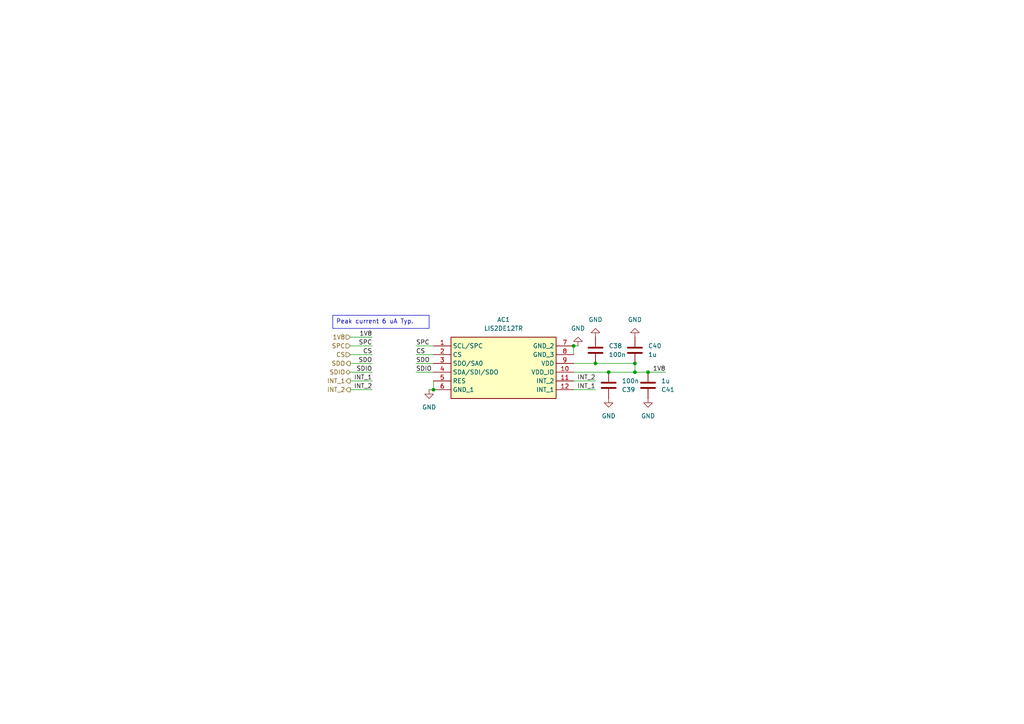
<source format=kicad_sch>
(kicad_sch (version 20231120) (generator "eeschema") (generator_version "8.0")
  (paper "A4")
  (title_block (title "Open Running Watch") (date "2024-04-12") (rev "0.1.0") (company "github.com/fuad1502/open-running-watch-hw"))
  (lib_symbols
    (symbol "Device:C" (pin_numbers hide) (pin_names (offset 0.254))
      (property "Reference" "C" (at 0.635 2.54 0))
      (property "Value" "C" (at 0.635 -2.54 0))
      (symbol "C_0_1"
        (polyline (pts (xy -2.032 -0.762) (xy 2.032 -0.762)) (stroke (width 0.508)))
        (polyline (pts (xy -2.032 0.762) (xy 2.032 0.762)) (stroke (width 0.508)))
      )
      (symbol "C_1_1"
        (pin passive line (at 0 3.81 270) (length 2.794) (name "~") (number "1"))
        (pin passive line (at 0 -3.81 90) (length 2.794) (name "~") (number "2"))
      )
    )
    (symbol "LIS2DE12TR:LIS2DE12TR"
      (property "Reference" "AC" (at 36.83 7.62 0))
      (property "Value" "LIS2DE12TR" (at 36.83 5.08 0))
      (symbol "LIS2DE12TR_1_1"
        (rectangle (start 5.08 2.54) (end 35.56 -15.24) (stroke (width 0.254)) (fill (type background)))
        (pin passive line (at 0 0 0) (length 5.08) (name "SCL/SPC") (number "1"))
        (pin passive line (at 40.64 -7.62 180) (length 5.08) (name "VDD_IO") (number "10"))
        (pin passive line (at 40.64 -10.16 180) (length 5.08) (name "INT_2") (number "11"))
        (pin passive line (at 40.64 -12.7 180) (length 5.08) (name "INT_1") (number "12"))
        (pin passive line (at 0 -2.54 0) (length 5.08) (name "CS") (number "2"))
        (pin passive line (at 0 -5.08 0) (length 5.08) (name "SDO/SA0") (number "3"))
        (pin passive line (at 0 -7.62 0) (length 5.08) (name "SDA/SDI/SDO") (number "4"))
        (pin passive line (at 0 -10.16 0) (length 5.08) (name "RES") (number "5"))
        (pin passive line (at 0 -12.7 0) (length 5.08) (name "GND_1") (number "6"))
        (pin passive line (at 40.64 0 180) (length 5.08) (name "GND_2") (number "7"))
        (pin passive line (at 40.64 -2.54 180) (length 5.08) (name "GND_3") (number "8"))
        (pin passive line (at 40.64 -5.08 180) (length 5.08) (name "VDD") (number "9"))
      )
    )
    (symbol "power:GND" (power) (pin_numbers hide) (pin_names (offset 0) hide)
      (property "Value" "GND" (at 0 -3.81 0))
      (symbol "GND_0_1"
        (polyline (pts (xy 0 0) (xy 0 -1.27) (xy 1.27 -1.27) (xy 0 -2.54) (xy -1.27 -1.27) (xy 0 -1.27)))
      )
      (symbol "GND_1_1"
        (pin power_in line (at 0 0 270) (length 0) (name "~") (number "1"))
      )
    )
  )
  (junction (at 125.73 113.03))
  (junction (at 184.15 107.95))
  (junction (at 184.15 105.41))
  (junction (at 176.53 107.95))
  (junction (at 166.37 100.33))
  (junction (at 172.72 105.41))
  (junction (at 187.96 107.95))
  (wire (pts (xy 187.96 107.95) (xy 193.04 107.95)))
  (wire (pts (xy 101.6 102.87) (xy 107.95 102.87)))
  (wire (pts (xy 120.65 105.41) (xy 125.73 105.41)))
  (wire (pts (xy 124.46 113.03) (xy 125.73 113.03)))
  (wire (pts (xy 101.6 100.33) (xy 107.95 100.33)))
  (wire (pts (xy 184.15 107.95) (xy 187.96 107.95)))
  (wire (pts (xy 101.6 107.95) (xy 107.95 107.95)))
  (wire (pts (xy 120.65 100.33) (xy 125.73 100.33)))
  (wire (pts (xy 101.6 97.79) (xy 107.95 97.79)))
  (wire (pts (xy 166.37 105.41) (xy 172.72 105.41)))
  (wire (pts (xy 166.37 100.33) (xy 167.64 100.33)))
  (wire (pts (xy 101.6 105.41) (xy 107.95 105.41)))
  (wire (pts (xy 176.53 107.95) (xy 184.15 107.95)))
  (wire (pts (xy 172.72 105.41) (xy 184.15 105.41)))
  (wire (pts (xy 120.65 107.95) (xy 125.73 107.95)))
  (wire (pts (xy 166.37 100.33) (xy 166.37 102.87)))
  (wire (pts (xy 166.37 107.95) (xy 176.53 107.95)))
  (wire (pts (xy 101.6 113.03) (xy 107.95 113.03)))
  (wire (pts (xy 166.37 110.49) (xy 172.72 110.49)))
  (wire (pts (xy 166.37 113.03) (xy 172.72 113.03)))
  (wire (pts (xy 125.73 110.49) (xy 125.73 113.03)))
  (wire (pts (xy 120.65 102.87) (xy 125.73 102.87)))
  (wire (pts (xy 101.6 110.49) (xy 107.95 110.49)))
  (wire (pts (xy 184.15 105.41) (xy 184.15 107.95)))
  (text_box "Peak current 6 uA Typ." (at 96.52 91.44 0) (size 27.94 3.81) (effects (font (size 1.27 1.27)) (justify left top)))
  (label "CS" (at 107.95 102.87 180))
  (label "INT_2" (at 172.72 110.49 180))
  (label "SPC" (at 107.95 100.33 180))
  (label "1V8" (at 107.95 97.79 180))
  (label "SDIO" (at 120.65 107.95 0))
  (label "CS" (at 120.65 102.87 0))
  (label "1V8" (at 193.04 107.95 180))
  (label "SDO" (at 107.95 105.41 180))
  (label "INT_1" (at 172.72 113.03 180))
  (label "INT_2" (at 107.95 113.03 180))
  (label "SDO" (at 120.65 105.41 0))
  (label "INT_1" (at 107.95 110.49 180))
  (label "SDIO" (at 107.95 107.95 180))
  (label "SPC" (at 120.65 100.33 0))
  (hierarchical_label "1V8" (shape input) (at 101.6 97.79 180))
  (hierarchical_label "SDIO" (shape bidirectional) (at 101.6 107.95 180))
  (hierarchical_label "CS" (shape input) (at 101.6 102.87 180))
  (hierarchical_label "INT_2" (shape output) (at 101.6 113.03 180))
  (hierarchical_label "SDO" (shape output) (at 101.6 105.41 180))
  (hierarchical_label "SPC" (shape input) (at 101.6 100.33 180))
  (hierarchical_label "INT_1" (shape output) (at 101.6 110.49 180))
  (symbol (lib_id "power:GND") (at 124.46 113.03 0) (unit 1)
    (property "Reference" "#PWR076" (effects (hide yes)))
    (property "Value" "GND" (at 124.46 118.11 0))
    (property "Description" "Power symbol creates a global label with name \"GND\" , ground" (effects (hide yes)))
  )
  (symbol (lib_id "Device:C") (at 184.15 101.6 0) (unit 1)
    (property "Reference" "C40" (at 187.96 100.3299 0) (effects (justify left)))
    (property "Value" "1u" (at 187.96 102.8699 0) (effects (justify left)))
    (property "Footprint" "Capacitor_SMD:C_0603_1608Metric" (effects (hide yes)))
    (property "Description" "Unpolarized capacitor" (effects (hide yes)))
    (property "Manufacturer_Part_Number" "C0603C105K4RACTU" (effects (hide yes)))
  )
  (symbol (lib_id "power:GND") (at 187.96 115.57 0) (mirror y) (unit 1)
    (property "Reference" "#PWR081" (effects (hide yes)))
    (property "Value" "GND" (at 187.96 120.65 0))
    (property "Description" "Power symbol creates a global label with name \"GND\" , ground" (effects (hide yes)))
  )
  (symbol (lib_id "Device:C") (at 187.96 111.76 0) (mirror x) (unit 1)
    (property "Reference" "C41" (at 191.77 113.0301 0) (effects (justify left)))
    (property "Value" "1u" (at 191.77 110.4901 0) (effects (justify left)))
    (property "Footprint" "Capacitor_SMD:C_0603_1608Metric" (effects (hide yes)))
    (property "Description" "Unpolarized capacitor" (effects (hide yes)))
    (property "Manufacturer_Part_Number" "C0603C105K4RACTU" (effects (hide yes)))
  )
  (symbol (lib_id "power:GND") (at 172.72 97.79 180) (unit 1)
    (property "Reference" "#PWR078" (effects (hide yes)))
    (property "Value" "GND" (at 172.72 92.71 0))
    (property "Description" "Power symbol creates a global label with name \"GND\" , ground" (effects (hide yes)))
  )
  (symbol (lib_id "power:GND") (at 176.53 115.57 0) (mirror y) (unit 1)
    (property "Reference" "#PWR079" (effects (hide yes)))
    (property "Value" "GND" (at 176.53 120.65 0))
    (property "Description" "Power symbol creates a global label with name \"GND\" , ground" (effects (hide yes)))
  )
  (symbol (lib_id "Device:C") (at 176.53 111.76 0) (mirror x) (unit 1)
    (property "Reference" "C39" (at 180.34 113.0301 0) (effects (justify left)))
    (property "Value" "100n" (at 180.34 110.4901 0) (effects (justify left)))
    (property "Footprint" "Capacitor_SMD:C_0402_1005Metric" (effects (hide yes)))
    (property "Description" "Unpolarized capacitor" (effects (hide yes)))
    (property "Manufacturer_Part_Number" "GRM155R71A104MA01D" (effects (hide yes)))
  )
  (symbol (lib_id "power:GND") (at 184.15 97.79 180) (unit 1)
    (property "Reference" "#PWR080" (effects (hide yes)))
    (property "Value" "GND" (at 184.15 92.71 0))
    (property "Description" "Power symbol creates a global label with name \"GND\" , ground" (effects (hide yes)))
  )
  (symbol (lib_id "Device:C") (at 172.72 101.6 0) (unit 1)
    (property "Reference" "C38" (at 176.53 100.3299 0) (effects (justify left)))
    (property "Value" "100n" (at 176.53 102.8699 0) (effects (justify left)))
    (property "Footprint" "Capacitor_SMD:C_0402_1005Metric" (effects (hide yes)))
    (property "Description" "Unpolarized capacitor" (effects (hide yes)))
    (property "Manufacturer_Part_Number" "GRM155R71A104MA01D" (effects (hide yes)))
  )
  (symbol (lib_id "power:GND") (at 167.64 100.33 180) (unit 1)
    (property "Reference" "#PWR077" (effects (hide yes)))
    (property "Value" "GND" (at 167.64 95.25 0))
    (property "Description" "Power symbol creates a global label with name \"GND\" , ground" (effects (hide yes)))
  )
  (symbol (lib_id "LIS2DE12TR:LIS2DE12TR") (at 125.73 100.33 0) (unit 1)
    (property "Reference" "AC1" (at 146.05 92.71 0))
    (property "Value" "LIS2DE12TR" (at 146.05 95.25 0))
    (property "Footprint" "LIS2DE12TR:LIS2DE12TR" (effects (hide yes)))
    (property "Datasheet" "https://www.mouser.co.uk/datasheet/2/389/dm00153214-1798409.pdf" (effects (hide yes)))
    (property "Description" "Accelerometer Triple +/-2g/+/-4g/+/-8g/+/-16g 2.5V 12-Pin LGA T/R" (effects (hide yes)))
    (property "Height" "1" (effects (hide yes)))
    (property "Mouser Part Number" "511-LIS2DE12TR" (effects (hide yes)))
    (property "Mouser Price/Stock" "https://www.mouser.co.uk/ProductDetail/STMicroelectronics/LIS2DE12TR?qs=e%2Fel81Nv5iw4m6D8fXXMWA%3D%3D" (effects (hide yes)))
    (property "Manufacturer_Name" "STMicroelectronics" (effects (hide yes)))
    (property "Manufacturer_Part_Number" "LIS2DE12TR" (effects (hide yes)))
  )
)
</source>
